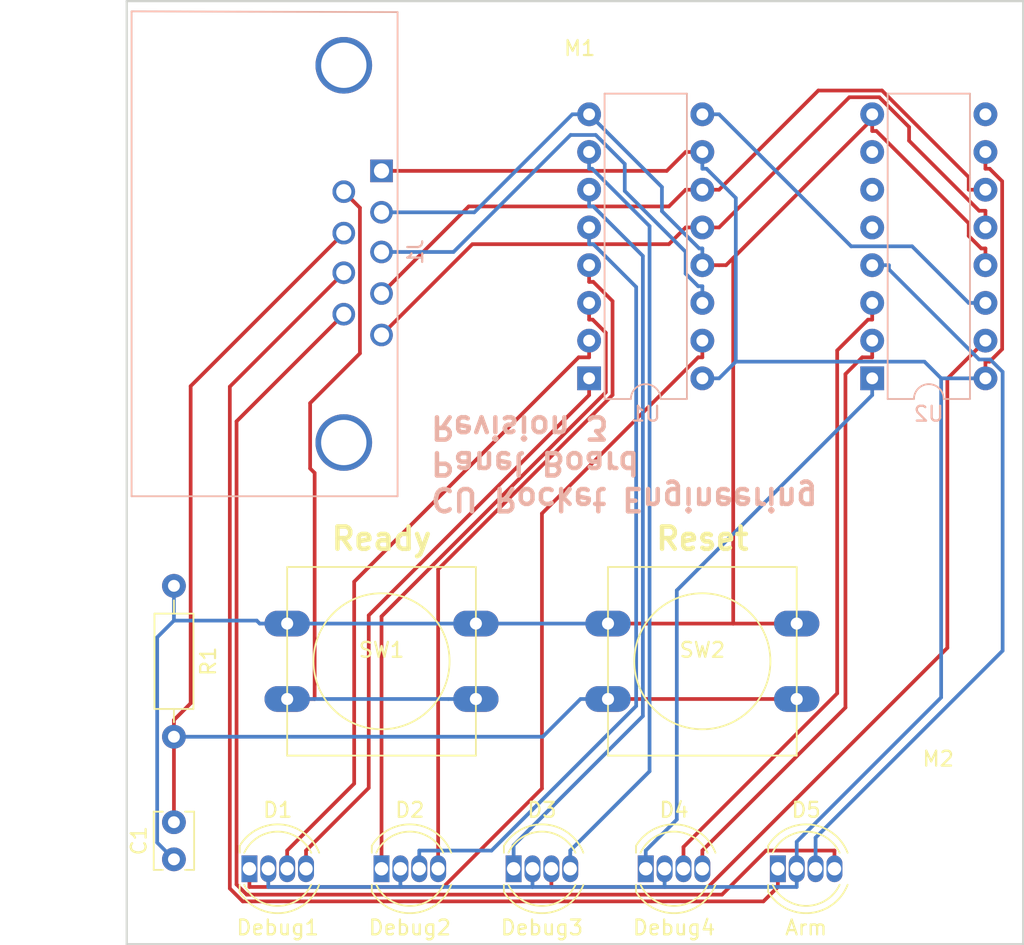
<source format=kicad_pcb>
(kicad_pcb (version 4) (host pcbnew 4.0.6)

  (general
    (links 46)
    (no_connects 0)
    (area 112.554999 60.884999 181.685001 124.535001)
    (thickness 1.6)
    (drawings 7)
    (tracks 215)
    (zones 0)
    (modules 14)
    (nets 28)
  )

  (page A4)
  (title_block
    (title Panel)
    (date 2017-06-10)
    (rev 3)
    (company "CU Rocket Engineering")
  )

  (layers
    (0 F.Cu signal)
    (31 B.Cu signal)
    (32 B.Adhes user)
    (33 F.Adhes user)
    (34 B.Paste user)
    (35 F.Paste user)
    (36 B.SilkS user)
    (37 F.SilkS user)
    (38 B.Mask user)
    (39 F.Mask user)
    (40 Dwgs.User user)
    (41 Cmts.User user)
    (42 Eco1.User user)
    (43 Eco2.User user)
    (44 Edge.Cuts user)
    (45 Margin user)
    (46 B.CrtYd user)
    (47 F.CrtYd user)
    (48 B.Fab user)
    (49 F.Fab user)
  )

  (setup
    (last_trace_width 0.25)
    (trace_clearance 0.2)
    (zone_clearance 0.508)
    (zone_45_only no)
    (trace_min 0.2)
    (segment_width 0.2)
    (edge_width 0.15)
    (via_size 0.6)
    (via_drill 0.4)
    (via_min_size 0.4)
    (via_min_drill 0.3)
    (uvia_size 0.3)
    (uvia_drill 0.1)
    (uvias_allowed no)
    (uvia_min_size 0.2)
    (uvia_min_drill 0.1)
    (pcb_text_width 0.3)
    (pcb_text_size 1.5 1.5)
    (mod_edge_width 0.15)
    (mod_text_size 1 1)
    (mod_text_width 0.15)
    (pad_size 1.524 1.524)
    (pad_drill 0.762)
    (pad_to_mask_clearance 0.2)
    (aux_axis_origin 0 0)
    (visible_elements FFFFFFFF)
    (pcbplotparams
      (layerselection 0x00030_80000001)
      (usegerberextensions false)
      (excludeedgelayer true)
      (linewidth 0.150000)
      (plotframeref false)
      (viasonmask false)
      (mode 1)
      (useauxorigin false)
      (hpglpennumber 1)
      (hpglpenspeed 20)
      (hpglpendiameter 15)
      (hpglpenoverlay 2)
      (psnegative false)
      (psa4output false)
      (plotreference true)
      (plotvalue true)
      (plotinvisibletext false)
      (padsonsilk false)
      (subtractmaskfromsilk false)
      (outputformat 1)
      (mirror false)
      (drillshape 1)
      (scaleselection 1)
      (outputdirectory ""))
  )

  (net 0 "")
  (net 1 "Net-(D1-Pad1)")
  (net 2 GND)
  (net 3 "Net-(D1-Pad3)")
  (net 4 "Net-(D1-Pad4)")
  (net 5 "Net-(D2-Pad1)")
  (net 6 "Net-(D2-Pad3)")
  (net 7 "Net-(D2-Pad4)")
  (net 8 "Net-(D3-Pad1)")
  (net 9 "Net-(D3-Pad3)")
  (net 10 "Net-(D3-Pad4)")
  (net 11 "Net-(D4-Pad1)")
  (net 12 "Net-(D4-Pad3)")
  (net 13 "Net-(D4-Pad4)")
  (net 14 "Net-(D5-Pad1)")
  (net 15 "Net-(D5-Pad3)")
  (net 16 "Net-(D5-Pad4)")
  (net 17 VCC)
  (net 18 "Net-(J1-Pad3)")
  (net 19 "Net-(J1-Pad4)")
  (net 20 "Net-(J1-Pad5)")
  (net 21 "Net-(U1-Pad9)")
  (net 22 "Net-(U2-Pad9)")
  (net 23 "Net-(U2-Pad7)")
  (net 24 "Net-(U2-Pad5)")
  (net 25 "Net-(U2-Pad6)")
  (net 26 "Net-(C1-Pad2)")
  (net 27 "Net-(J1-Pad6)")

  (net_class Default "This is the default net class."
    (clearance 0.2)
    (trace_width 0.25)
    (via_dia 0.6)
    (via_drill 0.4)
    (uvia_dia 0.3)
    (uvia_drill 0.1)
    (add_net GND)
    (add_net "Net-(C1-Pad2)")
    (add_net "Net-(D1-Pad1)")
    (add_net "Net-(D1-Pad3)")
    (add_net "Net-(D1-Pad4)")
    (add_net "Net-(D2-Pad1)")
    (add_net "Net-(D2-Pad3)")
    (add_net "Net-(D2-Pad4)")
    (add_net "Net-(D3-Pad1)")
    (add_net "Net-(D3-Pad3)")
    (add_net "Net-(D3-Pad4)")
    (add_net "Net-(D4-Pad1)")
    (add_net "Net-(D4-Pad3)")
    (add_net "Net-(D4-Pad4)")
    (add_net "Net-(D5-Pad1)")
    (add_net "Net-(D5-Pad3)")
    (add_net "Net-(D5-Pad4)")
    (add_net "Net-(J1-Pad3)")
    (add_net "Net-(J1-Pad4)")
    (add_net "Net-(J1-Pad5)")
    (add_net "Net-(J1-Pad6)")
    (add_net "Net-(U1-Pad9)")
    (add_net "Net-(U2-Pad5)")
    (add_net "Net-(U2-Pad6)")
    (add_net "Net-(U2-Pad7)")
    (add_net "Net-(U2-Pad9)")
    (add_net VCC)
  )

  (module Mounting_Holes:MountingHole_4.5mm (layer F.Cu) (tedit 591B2D25) (tstamp 591B1FA7)
    (at 145.415 66.04)
    (descr "Mounting Hole 4.5mm, no annular")
    (tags "mounting hole 4.5mm no annular")
    (fp_text reference M1 (at 6.35 -1.905) (layer F.SilkS)
      (effects (font (size 1 1) (thickness 0.15)))
    )
    (fp_text value Mount (at 6.985 -3.81) (layer F.Fab)
      (effects (font (size 1 1) (thickness 0.15)))
    )
    (fp_circle (center 0 0) (end 4.5 0) (layer Cmts.User) (width 0.15))
    (fp_circle (center 0 0) (end 4.75 0) (layer F.CrtYd) (width 0.05))
    (pad 1 np_thru_hole circle (at 0 0) (size 4.5 4.5) (drill 4.5) (layers *.Cu *.Mask))
  )

  (module Mounting_Holes:MountingHole_4.5mm (layer F.Cu) (tedit 591B2DA9) (tstamp 591B2002)
    (at 175.895 117.475)
    (descr "Mounting Hole 4.5mm, no annular")
    (tags "mounting hole 4.5mm no annular")
    (fp_text reference M2 (at 0 -5.5) (layer F.SilkS)
      (effects (font (size 1 1) (thickness 0.15)))
    )
    (fp_text value Mount (at 0 5.715) (layer F.Fab)
      (effects (font (size 1 1) (thickness 0.15)))
    )
    (fp_circle (center 0 0) (end 4.5 0) (layer Cmts.User) (width 0.15))
    (fp_circle (center 0 0) (end 4.75 0) (layer F.CrtYd) (width 0.05))
    (pad 1 np_thru_hole circle (at 0 0) (size 4.5 4.5) (drill 4.5) (layers *.Cu *.Mask))
  )

  (module LEDs:LED_D5.0mm-4 (layer F.Cu) (tedit 591B1300) (tstamp 58DACF12)
    (at 129.54 119.38)
    (descr "LED, diameter 5.0mm, 2 pins, diameter 5.0mm, 3 pins, diameter 5.0mm, 4 pins, http://www.kingbright.com/attachments/file/psearch/000/00/00/L-154A4SUREQBFZGEW(Ver.9A).pdf")
    (tags "LED diameter 5.0mm 2 pins diameter 5.0mm 3 pins diameter 5.0mm 4 pins")
    (path /58BF46E2)
    (fp_text reference D1 (at 1.905 -3.96) (layer F.SilkS)
      (effects (font (size 1 1) (thickness 0.15)))
    )
    (fp_text value Debug1 (at 1.905 3.96) (layer F.SilkS)
      (effects (font (size 1 1) (thickness 0.15)))
    )
    (fp_arc (start 1.905 0) (end -0.595 -1.469694) (angle 299.1) (layer F.Fab) (width 0.1))
    (fp_arc (start 1.905 0) (end -0.655 -1.54483) (angle 127.7) (layer F.SilkS) (width 0.12))
    (fp_arc (start 1.905 0) (end -0.655 1.54483) (angle -127.7) (layer F.SilkS) (width 0.12))
    (fp_arc (start 1.905 0) (end -0.349684 -1.08) (angle 128.8) (layer F.SilkS) (width 0.12))
    (fp_arc (start 1.905 0) (end -0.349684 1.08) (angle -128.8) (layer F.SilkS) (width 0.12))
    (fp_circle (center 1.905 0) (end 4.405 0) (layer F.Fab) (width 0.1))
    (fp_line (start -0.595 -1.469694) (end -0.595 1.469694) (layer F.Fab) (width 0.1))
    (fp_line (start -0.655 -1.545) (end -0.655 -1.08) (layer F.SilkS) (width 0.12))
    (fp_line (start -0.655 1.08) (end -0.655 1.545) (layer F.SilkS) (width 0.12))
    (fp_line (start -1.35 -3.25) (end -1.35 3.25) (layer F.CrtYd) (width 0.05))
    (fp_line (start -1.35 3.25) (end 5.15 3.25) (layer F.CrtYd) (width 0.05))
    (fp_line (start 5.15 3.25) (end 5.15 -3.25) (layer F.CrtYd) (width 0.05))
    (fp_line (start 5.15 -3.25) (end -1.35 -3.25) (layer F.CrtYd) (width 0.05))
    (pad 1 thru_hole rect (at 0 0) (size 1.07 1.8) (drill 0.9) (layers *.Cu *.Mask)
      (net 1 "Net-(D1-Pad1)"))
    (pad 2 thru_hole oval (at 1.27 0) (size 1.07 1.8) (drill 0.9) (layers *.Cu *.Mask)
      (net 17 VCC))
    (pad 3 thru_hole oval (at 2.54 0) (size 1.07 1.8) (drill 0.9) (layers *.Cu *.Mask)
      (net 3 "Net-(D1-Pad3)"))
    (pad 4 thru_hole oval (at 3.81 0) (size 1.07 1.8) (drill 0.9) (layers *.Cu *.Mask)
      (net 4 "Net-(D1-Pad4)"))
    (model LEDs.3dshapes/LED_D5.0mm-4.wrl
      (at (xyz 0 0 0))
      (scale (xyz 0.393701 0.393701 0.393701))
      (rotate (xyz 0 0 0))
    )
  )

  (module LEDs:LED_D5.0mm-4 (layer F.Cu) (tedit 591B1306) (tstamp 58DACF27)
    (at 138.43 119.38)
    (descr "LED, diameter 5.0mm, 2 pins, diameter 5.0mm, 3 pins, diameter 5.0mm, 4 pins, http://www.kingbright.com/attachments/file/psearch/000/00/00/L-154A4SUREQBFZGEW(Ver.9A).pdf")
    (tags "LED diameter 5.0mm 2 pins diameter 5.0mm 3 pins diameter 5.0mm 4 pins")
    (path /58BF478B)
    (fp_text reference D2 (at 1.905 -3.96) (layer F.SilkS)
      (effects (font (size 1 1) (thickness 0.15)))
    )
    (fp_text value Debug2 (at 1.905 3.96) (layer F.SilkS)
      (effects (font (size 1 1) (thickness 0.15)))
    )
    (fp_arc (start 1.905 0) (end -0.595 -1.469694) (angle 299.1) (layer F.Fab) (width 0.1))
    (fp_arc (start 1.905 0) (end -0.655 -1.54483) (angle 127.7) (layer F.SilkS) (width 0.12))
    (fp_arc (start 1.905 0) (end -0.655 1.54483) (angle -127.7) (layer F.SilkS) (width 0.12))
    (fp_arc (start 1.905 0) (end -0.349684 -1.08) (angle 128.8) (layer F.SilkS) (width 0.12))
    (fp_arc (start 1.905 0) (end -0.349684 1.08) (angle -128.8) (layer F.SilkS) (width 0.12))
    (fp_circle (center 1.905 0) (end 4.405 0) (layer F.Fab) (width 0.1))
    (fp_line (start -0.595 -1.469694) (end -0.595 1.469694) (layer F.Fab) (width 0.1))
    (fp_line (start -0.655 -1.545) (end -0.655 -1.08) (layer F.SilkS) (width 0.12))
    (fp_line (start -0.655 1.08) (end -0.655 1.545) (layer F.SilkS) (width 0.12))
    (fp_line (start -1.35 -3.25) (end -1.35 3.25) (layer F.CrtYd) (width 0.05))
    (fp_line (start -1.35 3.25) (end 5.15 3.25) (layer F.CrtYd) (width 0.05))
    (fp_line (start 5.15 3.25) (end 5.15 -3.25) (layer F.CrtYd) (width 0.05))
    (fp_line (start 5.15 -3.25) (end -1.35 -3.25) (layer F.CrtYd) (width 0.05))
    (pad 1 thru_hole rect (at 0 0) (size 1.07 1.8) (drill 0.9) (layers *.Cu *.Mask)
      (net 5 "Net-(D2-Pad1)"))
    (pad 2 thru_hole oval (at 1.27 0) (size 1.07 1.8) (drill 0.9) (layers *.Cu *.Mask)
      (net 17 VCC))
    (pad 3 thru_hole oval (at 2.54 0) (size 1.07 1.8) (drill 0.9) (layers *.Cu *.Mask)
      (net 6 "Net-(D2-Pad3)"))
    (pad 4 thru_hole oval (at 3.81 0) (size 1.07 1.8) (drill 0.9) (layers *.Cu *.Mask)
      (net 7 "Net-(D2-Pad4)"))
    (model LEDs.3dshapes/LED_D5.0mm-4.wrl
      (at (xyz 0 0 0))
      (scale (xyz 0.393701 0.393701 0.393701))
      (rotate (xyz 0 0 0))
    )
  )

  (module LEDs:LED_D5.0mm-4 (layer F.Cu) (tedit 591B130D) (tstamp 58DACF3C)
    (at 147.32 119.38)
    (descr "LED, diameter 5.0mm, 2 pins, diameter 5.0mm, 3 pins, diameter 5.0mm, 4 pins, http://www.kingbright.com/attachments/file/psearch/000/00/00/L-154A4SUREQBFZGEW(Ver.9A).pdf")
    (tags "LED diameter 5.0mm 2 pins diameter 5.0mm 3 pins diameter 5.0mm 4 pins")
    (path /58BF47CA)
    (fp_text reference D3 (at 1.905 -3.96) (layer F.SilkS)
      (effects (font (size 1 1) (thickness 0.15)))
    )
    (fp_text value Debug3 (at 1.905 3.96) (layer F.SilkS)
      (effects (font (size 1 1) (thickness 0.15)))
    )
    (fp_arc (start 1.905 0) (end -0.595 -1.469694) (angle 299.1) (layer F.Fab) (width 0.1))
    (fp_arc (start 1.905 0) (end -0.655 -1.54483) (angle 127.7) (layer F.SilkS) (width 0.12))
    (fp_arc (start 1.905 0) (end -0.655 1.54483) (angle -127.7) (layer F.SilkS) (width 0.12))
    (fp_arc (start 1.905 0) (end -0.349684 -1.08) (angle 128.8) (layer F.SilkS) (width 0.12))
    (fp_arc (start 1.905 0) (end -0.349684 1.08) (angle -128.8) (layer F.SilkS) (width 0.12))
    (fp_circle (center 1.905 0) (end 4.405 0) (layer F.Fab) (width 0.1))
    (fp_line (start -0.595 -1.469694) (end -0.595 1.469694) (layer F.Fab) (width 0.1))
    (fp_line (start -0.655 -1.545) (end -0.655 -1.08) (layer F.SilkS) (width 0.12))
    (fp_line (start -0.655 1.08) (end -0.655 1.545) (layer F.SilkS) (width 0.12))
    (fp_line (start -1.35 -3.25) (end -1.35 3.25) (layer F.CrtYd) (width 0.05))
    (fp_line (start -1.35 3.25) (end 5.15 3.25) (layer F.CrtYd) (width 0.05))
    (fp_line (start 5.15 3.25) (end 5.15 -3.25) (layer F.CrtYd) (width 0.05))
    (fp_line (start 5.15 -3.25) (end -1.35 -3.25) (layer F.CrtYd) (width 0.05))
    (pad 1 thru_hole rect (at 0 0) (size 1.07 1.8) (drill 0.9) (layers *.Cu *.Mask)
      (net 8 "Net-(D3-Pad1)"))
    (pad 2 thru_hole oval (at 1.27 0) (size 1.07 1.8) (drill 0.9) (layers *.Cu *.Mask)
      (net 17 VCC))
    (pad 3 thru_hole oval (at 2.54 0) (size 1.07 1.8) (drill 0.9) (layers *.Cu *.Mask)
      (net 9 "Net-(D3-Pad3)"))
    (pad 4 thru_hole oval (at 3.81 0) (size 1.07 1.8) (drill 0.9) (layers *.Cu *.Mask)
      (net 10 "Net-(D3-Pad4)"))
    (model LEDs.3dshapes/LED_D5.0mm-4.wrl
      (at (xyz 0 0 0))
      (scale (xyz 0.393701 0.393701 0.393701))
      (rotate (xyz 0 0 0))
    )
  )

  (module LEDs:LED_D5.0mm-4 (layer F.Cu) (tedit 591B1313) (tstamp 58DACF51)
    (at 156.21 119.38)
    (descr "LED, diameter 5.0mm, 2 pins, diameter 5.0mm, 3 pins, diameter 5.0mm, 4 pins, http://www.kingbright.com/attachments/file/psearch/000/00/00/L-154A4SUREQBFZGEW(Ver.9A).pdf")
    (tags "LED diameter 5.0mm 2 pins diameter 5.0mm 3 pins diameter 5.0mm 4 pins")
    (path /58BF4814)
    (fp_text reference D4 (at 1.905 -3.96) (layer F.SilkS)
      (effects (font (size 1 1) (thickness 0.15)))
    )
    (fp_text value Debug4 (at 1.905 3.96) (layer F.SilkS)
      (effects (font (size 1 1) (thickness 0.15)))
    )
    (fp_arc (start 1.905 0) (end -0.595 -1.469694) (angle 299.1) (layer F.Fab) (width 0.1))
    (fp_arc (start 1.905 0) (end -0.655 -1.54483) (angle 127.7) (layer F.SilkS) (width 0.12))
    (fp_arc (start 1.905 0) (end -0.655 1.54483) (angle -127.7) (layer F.SilkS) (width 0.12))
    (fp_arc (start 1.905 0) (end -0.349684 -1.08) (angle 128.8) (layer F.SilkS) (width 0.12))
    (fp_arc (start 1.905 0) (end -0.349684 1.08) (angle -128.8) (layer F.SilkS) (width 0.12))
    (fp_circle (center 1.905 0) (end 4.405 0) (layer F.Fab) (width 0.1))
    (fp_line (start -0.595 -1.469694) (end -0.595 1.469694) (layer F.Fab) (width 0.1))
    (fp_line (start -0.655 -1.545) (end -0.655 -1.08) (layer F.SilkS) (width 0.12))
    (fp_line (start -0.655 1.08) (end -0.655 1.545) (layer F.SilkS) (width 0.12))
    (fp_line (start -1.35 -3.25) (end -1.35 3.25) (layer F.CrtYd) (width 0.05))
    (fp_line (start -1.35 3.25) (end 5.15 3.25) (layer F.CrtYd) (width 0.05))
    (fp_line (start 5.15 3.25) (end 5.15 -3.25) (layer F.CrtYd) (width 0.05))
    (fp_line (start 5.15 -3.25) (end -1.35 -3.25) (layer F.CrtYd) (width 0.05))
    (pad 1 thru_hole rect (at 0 0) (size 1.07 1.8) (drill 0.9) (layers *.Cu *.Mask)
      (net 11 "Net-(D4-Pad1)"))
    (pad 2 thru_hole oval (at 1.27 0) (size 1.07 1.8) (drill 0.9) (layers *.Cu *.Mask)
      (net 17 VCC))
    (pad 3 thru_hole oval (at 2.54 0) (size 1.07 1.8) (drill 0.9) (layers *.Cu *.Mask)
      (net 12 "Net-(D4-Pad3)"))
    (pad 4 thru_hole oval (at 3.81 0) (size 1.07 1.8) (drill 0.9) (layers *.Cu *.Mask)
      (net 13 "Net-(D4-Pad4)"))
    (model LEDs.3dshapes/LED_D5.0mm-4.wrl
      (at (xyz 0 0 0))
      (scale (xyz 0.393701 0.393701 0.393701))
      (rotate (xyz 0 0 0))
    )
  )

  (module LEDs:LED_D5.0mm-4 (layer F.Cu) (tedit 591B12EB) (tstamp 58DACF66)
    (at 165.1 119.38)
    (descr "LED, diameter 5.0mm, 2 pins, diameter 5.0mm, 3 pins, diameter 5.0mm, 4 pins, http://www.kingbright.com/attachments/file/psearch/000/00/00/L-154A4SUREQBFZGEW(Ver.9A).pdf")
    (tags "LED diameter 5.0mm 2 pins diameter 5.0mm 3 pins diameter 5.0mm 4 pins")
    (path /58BF485D)
    (fp_text reference D5 (at 1.905 -3.96) (layer F.SilkS)
      (effects (font (size 1 1) (thickness 0.15)))
    )
    (fp_text value Arm (at 1.905 3.96) (layer F.SilkS)
      (effects (font (size 1 1) (thickness 0.15)))
    )
    (fp_arc (start 1.905 0) (end -0.595 -1.469694) (angle 299.1) (layer F.Fab) (width 0.1))
    (fp_arc (start 1.905 0) (end -0.655 -1.54483) (angle 127.7) (layer F.SilkS) (width 0.12))
    (fp_arc (start 1.905 0) (end -0.655 1.54483) (angle -127.7) (layer F.SilkS) (width 0.12))
    (fp_arc (start 1.905 0) (end -0.349684 -1.08) (angle 128.8) (layer F.SilkS) (width 0.12))
    (fp_arc (start 1.905 0) (end -0.349684 1.08) (angle -128.8) (layer F.SilkS) (width 0.12))
    (fp_circle (center 1.905 0) (end 4.405 0) (layer F.Fab) (width 0.1))
    (fp_line (start -0.595 -1.469694) (end -0.595 1.469694) (layer F.Fab) (width 0.1))
    (fp_line (start -0.655 -1.545) (end -0.655 -1.08) (layer F.SilkS) (width 0.12))
    (fp_line (start -0.655 1.08) (end -0.655 1.545) (layer F.SilkS) (width 0.12))
    (fp_line (start -1.35 -3.25) (end -1.35 3.25) (layer F.CrtYd) (width 0.05))
    (fp_line (start -1.35 3.25) (end 5.15 3.25) (layer F.CrtYd) (width 0.05))
    (fp_line (start 5.15 3.25) (end 5.15 -3.25) (layer F.CrtYd) (width 0.05))
    (fp_line (start 5.15 -3.25) (end -1.35 -3.25) (layer F.CrtYd) (width 0.05))
    (pad 1 thru_hole rect (at 0 0) (size 1.07 1.8) (drill 0.9) (layers *.Cu *.Mask)
      (net 14 "Net-(D5-Pad1)"))
    (pad 2 thru_hole oval (at 1.27 0) (size 1.07 1.8) (drill 0.9) (layers *.Cu *.Mask)
      (net 17 VCC))
    (pad 3 thru_hole oval (at 2.54 0) (size 1.07 1.8) (drill 0.9) (layers *.Cu *.Mask)
      (net 15 "Net-(D5-Pad3)"))
    (pad 4 thru_hole oval (at 3.81 0) (size 1.07 1.8) (drill 0.9) (layers *.Cu *.Mask)
      (net 16 "Net-(D5-Pad4)"))
    (model LEDs.3dshapes/LED_D5.0mm-4.wrl
      (at (xyz 0 0 0))
      (scale (xyz 0.393701 0.393701 0.393701))
      (rotate (xyz 0 0 0))
    )
  )

  (module Connect:DB9FC (layer B.Cu) (tedit 587FDE78) (tstamp 58DACF87)
    (at 138.43 72.39 270)
    (descr "Connecteur DB9 femelle couche")
    (tags "CONN DB9")
    (path /58BF4208)
    (fp_text reference J1 (at 5.46 -2.28 270) (layer B.SilkS)
      (effects (font (size 1 1) (thickness 0.15)) (justify mirror))
    )
    (fp_text value PanelTerm (at 6.73 5.08 270) (layer B.Fab)
      (effects (font (size 1 1) (thickness 0.15)) (justify mirror))
    )
    (fp_line (start -10.74 16.82) (end -10.69 -1.08) (layer B.SilkS) (width 0.12))
    (fp_line (start -10.69 -1.08) (end 21.91 -1.08) (layer B.SilkS) (width 0.12))
    (fp_line (start 21.91 -1.08) (end 21.91 16.82) (layer B.SilkS) (width 0.12))
    (fp_line (start 21.91 16.82) (end -10.74 16.82) (layer B.SilkS) (width 0.12))
    (fp_line (start -10.67 -1.02) (end 21.84 -1.02) (layer B.Fab) (width 0.1))
    (fp_line (start 21.84 -1.02) (end 21.84 16.76) (layer B.Fab) (width 0.1))
    (fp_line (start 21.84 16.76) (end -10.67 16.76) (layer B.Fab) (width 0.1))
    (fp_line (start -10.67 16.76) (end -10.67 -1.02) (layer B.Fab) (width 0.1))
    (fp_line (start -3.56 16.76) (end -3.56 9.14) (layer B.Fab) (width 0.1))
    (fp_line (start -3.56 9.14) (end 14.73 9.14) (layer B.Fab) (width 0.1))
    (fp_line (start 14.73 9.14) (end 14.73 16.76) (layer B.Fab) (width 0.1))
    (fp_line (start -2.03 16.76) (end -2.03 25.4) (layer B.Fab) (width 0.1))
    (fp_line (start -2.03 25.4) (end 13.21 25.4) (layer B.Fab) (width 0.1))
    (fp_line (start 13.21 25.4) (end 13.21 16.76) (layer B.Fab) (width 0.1))
    (fp_line (start -10.92 25.65) (end 22.09 25.65) (layer B.CrtYd) (width 0.05))
    (fp_line (start -10.92 25.65) (end -10.92 -1.27) (layer B.CrtYd) (width 0.05))
    (fp_line (start 22.09 -1.27) (end 22.09 25.65) (layer B.CrtYd) (width 0.05))
    (fp_line (start 22.09 -1.27) (end -10.92 -1.27) (layer B.CrtYd) (width 0.05))
    (pad "" thru_hole circle (at 18.29 2.54 270) (size 3.81 3.81) (drill 3.05) (layers *.Cu *.Mask))
    (pad "" thru_hole circle (at -7.11 2.54 270) (size 3.81 3.81) (drill 3.05) (layers *.Cu *.Mask))
    (pad 1 thru_hole rect (at 0 0 270) (size 1.52 1.52) (drill 1.02) (layers *.Cu *.Mask)
      (net 17 VCC))
    (pad 2 thru_hole circle (at 2.79 0 270) (size 1.52 1.52) (drill 1.02) (layers *.Cu *.Mask)
      (net 2 GND))
    (pad 3 thru_hole circle (at 5.46 0 270) (size 1.52 1.52) (drill 1.02) (layers *.Cu *.Mask)
      (net 18 "Net-(J1-Pad3)"))
    (pad 4 thru_hole circle (at 8.26 0 270) (size 1.52 1.52) (drill 1.02) (layers *.Cu *.Mask)
      (net 19 "Net-(J1-Pad4)"))
    (pad 5 thru_hole circle (at 11.05 0 270) (size 1.52 1.52) (drill 1.02) (layers *.Cu *.Mask)
      (net 20 "Net-(J1-Pad5)"))
    (pad 6 thru_hole circle (at 1.4 2.54 270) (size 1.52 1.52) (drill 1.02) (layers *.Cu *.Mask)
      (net 27 "Net-(J1-Pad6)"))
    (pad 7 thru_hole circle (at 4.19 2.54 270) (size 1.52 1.52) (drill 1.02) (layers *.Cu *.Mask)
      (net 26 "Net-(C1-Pad2)"))
    (pad 8 thru_hole circle (at 6.86 2.54 270) (size 1.52 1.52) (drill 1.02) (layers *.Cu *.Mask)
      (net 14 "Net-(D5-Pad1)"))
    (pad 9 thru_hole circle (at 9.65 2.54 270) (size 1.52 1.52) (drill 1.02) (layers *.Cu *.Mask)
      (net 16 "Net-(D5-Pad4)"))
    (model Connectors.3dshapes/DB9FC.wrl
      (at (xyz 0.208661 0.05315 0))
      (scale (xyz 1 1 1))
      (rotate (xyz 0 0 0))
    )
  )

  (module Buttons_Switches_ThroughHole:SW_PUSH-12mm (layer F.Cu) (tedit 53FD9538) (tstamp 58DACF94)
    (at 138.43 105.41)
    (path /58BF46A2)
    (fp_text reference SW1 (at 0 -0.762) (layer F.SilkS)
      (effects (font (size 1 1) (thickness 0.15)))
    )
    (fp_text value ReadyButton (at 0 1.016) (layer F.Fab)
      (effects (font (size 1 1) (thickness 0.15)))
    )
    (fp_circle (center 0 0) (end 3.81 2.54) (layer F.SilkS) (width 0.12))
    (fp_line (start -6.35 -6.35) (end 6.35 -6.35) (layer F.SilkS) (width 0.12))
    (fp_line (start 6.35 -6.35) (end 6.35 6.35) (layer F.SilkS) (width 0.12))
    (fp_line (start 6.35 6.35) (end -6.35 6.35) (layer F.SilkS) (width 0.12))
    (fp_line (start -6.35 6.35) (end -6.35 -6.35) (layer F.SilkS) (width 0.12))
    (pad 1 thru_hole oval (at 6.35 -2.54) (size 3.048 1.7272) (drill 0.8128) (layers *.Cu *.Mask)
      (net 2 GND))
    (pad 2 thru_hole oval (at 6.35 2.54) (size 3.048 1.7272) (drill 0.8128) (layers *.Cu *.Mask)
      (net 27 "Net-(J1-Pad6)"))
    (pad 1 thru_hole oval (at -6.35 -2.54) (size 3.048 1.7272) (drill 0.8128) (layers *.Cu *.Mask)
      (net 2 GND))
    (pad 2 thru_hole oval (at -6.35 2.54) (size 3.048 1.7272) (drill 0.8128) (layers *.Cu *.Mask)
      (net 27 "Net-(J1-Pad6)"))
    (model Buttons_Switches_THT.3dshapes/SW_PUSH-12mm.wrl
      (at (xyz 0 0 0))
      (scale (xyz 4 4 4))
      (rotate (xyz 0 0 0))
    )
  )

  (module Buttons_Switches_ThroughHole:SW_PUSH-12mm (layer F.Cu) (tedit 53FD9538) (tstamp 58DACFA1)
    (at 160.02 105.41)
    (path /58BF4463)
    (fp_text reference SW2 (at 0 -0.762) (layer F.SilkS)
      (effects (font (size 1 1) (thickness 0.15)))
    )
    (fp_text value ResetButton (at 0 1.016) (layer F.Fab)
      (effects (font (size 1 1) (thickness 0.15)))
    )
    (fp_circle (center 0 0) (end 3.81 2.54) (layer F.SilkS) (width 0.12))
    (fp_line (start -6.35 -6.35) (end 6.35 -6.35) (layer F.SilkS) (width 0.12))
    (fp_line (start 6.35 -6.35) (end 6.35 6.35) (layer F.SilkS) (width 0.12))
    (fp_line (start 6.35 6.35) (end -6.35 6.35) (layer F.SilkS) (width 0.12))
    (fp_line (start -6.35 6.35) (end -6.35 -6.35) (layer F.SilkS) (width 0.12))
    (pad 1 thru_hole oval (at 6.35 -2.54) (size 3.048 1.7272) (drill 0.8128) (layers *.Cu *.Mask)
      (net 2 GND))
    (pad 2 thru_hole oval (at 6.35 2.54) (size 3.048 1.7272) (drill 0.8128) (layers *.Cu *.Mask)
      (net 26 "Net-(C1-Pad2)"))
    (pad 1 thru_hole oval (at -6.35 -2.54) (size 3.048 1.7272) (drill 0.8128) (layers *.Cu *.Mask)
      (net 2 GND))
    (pad 2 thru_hole oval (at -6.35 2.54) (size 3.048 1.7272) (drill 0.8128) (layers *.Cu *.Mask)
      (net 26 "Net-(C1-Pad2)"))
    (model Buttons_Switches_THT.3dshapes/SW_PUSH-12mm.wrl
      (at (xyz 0 0 0))
      (scale (xyz 4 4 4))
      (rotate (xyz 0 0 0))
    )
  )

  (module Housings_DIP:DIP-16_W7.62mm (layer B.Cu) (tedit 586281B4) (tstamp 58DACFC4)
    (at 152.4 86.36)
    (descr "16-lead dip package, row spacing 7.62 mm (300 mils)")
    (tags "DIL DIP PDIP 2.54mm 7.62mm 300mil")
    (path /58BF490E)
    (fp_text reference U1 (at 3.81 2.39) (layer B.SilkS)
      (effects (font (size 1 1) (thickness 0.15)) (justify mirror))
    )
    (fp_text value 74HC595 (at 3.81 -20.17) (layer B.Fab)
      (effects (font (size 1 1) (thickness 0.15)) (justify mirror))
    )
    (fp_arc (start 3.81 1.39) (end 2.81 1.39) (angle 180) (layer B.SilkS) (width 0.12))
    (fp_line (start 1.635 1.27) (end 6.985 1.27) (layer B.Fab) (width 0.1))
    (fp_line (start 6.985 1.27) (end 6.985 -19.05) (layer B.Fab) (width 0.1))
    (fp_line (start 6.985 -19.05) (end 0.635 -19.05) (layer B.Fab) (width 0.1))
    (fp_line (start 0.635 -19.05) (end 0.635 0.27) (layer B.Fab) (width 0.1))
    (fp_line (start 0.635 0.27) (end 1.635 1.27) (layer B.Fab) (width 0.1))
    (fp_line (start 2.81 1.39) (end 1.04 1.39) (layer B.SilkS) (width 0.12))
    (fp_line (start 1.04 1.39) (end 1.04 -19.17) (layer B.SilkS) (width 0.12))
    (fp_line (start 1.04 -19.17) (end 6.58 -19.17) (layer B.SilkS) (width 0.12))
    (fp_line (start 6.58 -19.17) (end 6.58 1.39) (layer B.SilkS) (width 0.12))
    (fp_line (start 6.58 1.39) (end 4.81 1.39) (layer B.SilkS) (width 0.12))
    (fp_line (start -1.1 1.6) (end -1.1 -19.3) (layer B.CrtYd) (width 0.05))
    (fp_line (start -1.1 -19.3) (end 8.7 -19.3) (layer B.CrtYd) (width 0.05))
    (fp_line (start 8.7 -19.3) (end 8.7 1.6) (layer B.CrtYd) (width 0.05))
    (fp_line (start 8.7 1.6) (end -1.1 1.6) (layer B.CrtYd) (width 0.05))
    (pad 1 thru_hole rect (at 0 0) (size 1.6 1.6) (drill 0.8) (layers *.Cu *.Mask)
      (net 4 "Net-(D1-Pad4)"))
    (pad 9 thru_hole oval (at 7.62 -17.78) (size 1.6 1.6) (drill 0.8) (layers *.Cu *.Mask)
      (net 21 "Net-(U1-Pad9)"))
    (pad 2 thru_hole oval (at 0 -2.54) (size 1.6 1.6) (drill 0.8) (layers *.Cu *.Mask)
      (net 3 "Net-(D1-Pad3)"))
    (pad 10 thru_hole oval (at 7.62 -15.24) (size 1.6 1.6) (drill 0.8) (layers *.Cu *.Mask)
      (net 17 VCC))
    (pad 3 thru_hole oval (at 0 -5.08) (size 1.6 1.6) (drill 0.8) (layers *.Cu *.Mask)
      (net 5 "Net-(D2-Pad1)"))
    (pad 11 thru_hole oval (at 7.62 -12.7) (size 1.6 1.6) (drill 0.8) (layers *.Cu *.Mask)
      (net 19 "Net-(J1-Pad4)"))
    (pad 4 thru_hole oval (at 0 -7.62) (size 1.6 1.6) (drill 0.8) (layers *.Cu *.Mask)
      (net 7 "Net-(D2-Pad4)"))
    (pad 12 thru_hole oval (at 7.62 -10.16) (size 1.6 1.6) (drill 0.8) (layers *.Cu *.Mask)
      (net 20 "Net-(J1-Pad5)"))
    (pad 5 thru_hole oval (at 0 -10.16) (size 1.6 1.6) (drill 0.8) (layers *.Cu *.Mask)
      (net 6 "Net-(D2-Pad3)"))
    (pad 13 thru_hole oval (at 7.62 -7.62) (size 1.6 1.6) (drill 0.8) (layers *.Cu *.Mask)
      (net 2 GND))
    (pad 6 thru_hole oval (at 0 -12.7) (size 1.6 1.6) (drill 0.8) (layers *.Cu *.Mask)
      (net 8 "Net-(D3-Pad1)"))
    (pad 14 thru_hole oval (at 7.62 -5.08) (size 1.6 1.6) (drill 0.8) (layers *.Cu *.Mask)
      (net 18 "Net-(J1-Pad3)"))
    (pad 7 thru_hole oval (at 0 -15.24) (size 1.6 1.6) (drill 0.8) (layers *.Cu *.Mask)
      (net 10 "Net-(D3-Pad4)"))
    (pad 15 thru_hole oval (at 7.62 -2.54) (size 1.6 1.6) (drill 0.8) (layers *.Cu *.Mask)
      (net 1 "Net-(D1-Pad1)"))
    (pad 8 thru_hole oval (at 0 -17.78) (size 1.6 1.6) (drill 0.8) (layers *.Cu *.Mask)
      (net 2 GND))
    (pad 16 thru_hole oval (at 7.62 0) (size 1.6 1.6) (drill 0.8) (layers *.Cu *.Mask)
      (net 17 VCC))
    (model Housings_DIP.3dshapes/DIP-16_W7.62mm.wrl
      (at (xyz 0 0 0))
      (scale (xyz 1 1 1))
      (rotate (xyz 0 0 0))
    )
  )

  (module Housings_DIP:DIP-16_W7.62mm (layer B.Cu) (tedit 586281B4) (tstamp 58DACFE7)
    (at 171.45 86.36)
    (descr "16-lead dip package, row spacing 7.62 mm (300 mils)")
    (tags "DIL DIP PDIP 2.54mm 7.62mm 300mil")
    (path /58BF4B51)
    (fp_text reference U2 (at 3.81 2.39) (layer B.SilkS)
      (effects (font (size 1 1) (thickness 0.15)) (justify mirror))
    )
    (fp_text value 74HC595 (at 3.81 -20.17) (layer B.Fab)
      (effects (font (size 1 1) (thickness 0.15)) (justify mirror))
    )
    (fp_arc (start 3.81 1.39) (end 2.81 1.39) (angle 180) (layer B.SilkS) (width 0.12))
    (fp_line (start 1.635 1.27) (end 6.985 1.27) (layer B.Fab) (width 0.1))
    (fp_line (start 6.985 1.27) (end 6.985 -19.05) (layer B.Fab) (width 0.1))
    (fp_line (start 6.985 -19.05) (end 0.635 -19.05) (layer B.Fab) (width 0.1))
    (fp_line (start 0.635 -19.05) (end 0.635 0.27) (layer B.Fab) (width 0.1))
    (fp_line (start 0.635 0.27) (end 1.635 1.27) (layer B.Fab) (width 0.1))
    (fp_line (start 2.81 1.39) (end 1.04 1.39) (layer B.SilkS) (width 0.12))
    (fp_line (start 1.04 1.39) (end 1.04 -19.17) (layer B.SilkS) (width 0.12))
    (fp_line (start 1.04 -19.17) (end 6.58 -19.17) (layer B.SilkS) (width 0.12))
    (fp_line (start 6.58 -19.17) (end 6.58 1.39) (layer B.SilkS) (width 0.12))
    (fp_line (start 6.58 1.39) (end 4.81 1.39) (layer B.SilkS) (width 0.12))
    (fp_line (start -1.1 1.6) (end -1.1 -19.3) (layer B.CrtYd) (width 0.05))
    (fp_line (start -1.1 -19.3) (end 8.7 -19.3) (layer B.CrtYd) (width 0.05))
    (fp_line (start 8.7 -19.3) (end 8.7 1.6) (layer B.CrtYd) (width 0.05))
    (fp_line (start 8.7 1.6) (end -1.1 1.6) (layer B.CrtYd) (width 0.05))
    (pad 1 thru_hole rect (at 0 0) (size 1.6 1.6) (drill 0.8) (layers *.Cu *.Mask)
      (net 11 "Net-(D4-Pad1)"))
    (pad 9 thru_hole oval (at 7.62 -17.78) (size 1.6 1.6) (drill 0.8) (layers *.Cu *.Mask)
      (net 22 "Net-(U2-Pad9)"))
    (pad 2 thru_hole oval (at 0 -2.54) (size 1.6 1.6) (drill 0.8) (layers *.Cu *.Mask)
      (net 13 "Net-(D4-Pad4)"))
    (pad 10 thru_hole oval (at 7.62 -15.24) (size 1.6 1.6) (drill 0.8) (layers *.Cu *.Mask)
      (net 17 VCC))
    (pad 3 thru_hole oval (at 0 -5.08) (size 1.6 1.6) (drill 0.8) (layers *.Cu *.Mask)
      (net 12 "Net-(D4-Pad3)"))
    (pad 11 thru_hole oval (at 7.62 -12.7) (size 1.6 1.6) (drill 0.8) (layers *.Cu *.Mask)
      (net 19 "Net-(J1-Pad4)"))
    (pad 4 thru_hole oval (at 0 -7.62) (size 1.6 1.6) (drill 0.8) (layers *.Cu *.Mask)
      (net 15 "Net-(D5-Pad3)"))
    (pad 12 thru_hole oval (at 7.62 -10.16) (size 1.6 1.6) (drill 0.8) (layers *.Cu *.Mask)
      (net 20 "Net-(J1-Pad5)"))
    (pad 5 thru_hole oval (at 0 -10.16) (size 1.6 1.6) (drill 0.8) (layers *.Cu *.Mask)
      (net 24 "Net-(U2-Pad5)"))
    (pad 13 thru_hole oval (at 7.62 -7.62) (size 1.6 1.6) (drill 0.8) (layers *.Cu *.Mask)
      (net 2 GND))
    (pad 6 thru_hole oval (at 0 -12.7) (size 1.6 1.6) (drill 0.8) (layers *.Cu *.Mask)
      (net 25 "Net-(U2-Pad6)"))
    (pad 14 thru_hole oval (at 7.62 -5.08) (size 1.6 1.6) (drill 0.8) (layers *.Cu *.Mask)
      (net 21 "Net-(U1-Pad9)"))
    (pad 7 thru_hole oval (at 0 -15.24) (size 1.6 1.6) (drill 0.8) (layers *.Cu *.Mask)
      (net 23 "Net-(U2-Pad7)"))
    (pad 15 thru_hole oval (at 7.62 -2.54) (size 1.6 1.6) (drill 0.8) (layers *.Cu *.Mask)
      (net 9 "Net-(D3-Pad3)"))
    (pad 8 thru_hole oval (at 0 -17.78) (size 1.6 1.6) (drill 0.8) (layers *.Cu *.Mask)
      (net 2 GND))
    (pad 16 thru_hole oval (at 7.62 0) (size 1.6 1.6) (drill 0.8) (layers *.Cu *.Mask)
      (net 17 VCC))
    (model Housings_DIP.3dshapes/DIP-16_W7.62mm.wrl
      (at (xyz 0 0 0))
      (scale (xyz 1 1 1))
      (rotate (xyz 0 0 0))
    )
  )

  (module Capacitors_ThroughHole:C_Disc_D3.8mm_W2.6mm_P2.50mm (layer F.Cu) (tedit 58765D06) (tstamp 59135E92)
    (at 124.46 118.745 90)
    (descr "C, Disc series, Radial, pin pitch=2.50mm, , diameter*width=3.8*2.6mm^2, Capacitor, http://www.vishay.com/docs/45233/krseries.pdf")
    (tags "C Disc series Radial pin pitch 2.50mm  diameter 3.8mm width 2.6mm Capacitor")
    (path /59136225)
    (fp_text reference C1 (at 1.25 -2.36 90) (layer F.SilkS)
      (effects (font (size 1 1) (thickness 0.15)))
    )
    (fp_text value "0.1 µF" (at 1.25 2.36 90) (layer F.Fab)
      (effects (font (size 1 1) (thickness 0.15)))
    )
    (fp_line (start -0.65 -1.3) (end -0.65 1.3) (layer F.Fab) (width 0.1))
    (fp_line (start -0.65 1.3) (end 3.15 1.3) (layer F.Fab) (width 0.1))
    (fp_line (start 3.15 1.3) (end 3.15 -1.3) (layer F.Fab) (width 0.1))
    (fp_line (start 3.15 -1.3) (end -0.65 -1.3) (layer F.Fab) (width 0.1))
    (fp_line (start -0.71 -1.36) (end 3.21 -1.36) (layer F.SilkS) (width 0.12))
    (fp_line (start -0.71 1.36) (end 3.21 1.36) (layer F.SilkS) (width 0.12))
    (fp_line (start -0.71 -1.36) (end -0.71 -0.75) (layer F.SilkS) (width 0.12))
    (fp_line (start -0.71 0.75) (end -0.71 1.36) (layer F.SilkS) (width 0.12))
    (fp_line (start 3.21 -1.36) (end 3.21 -0.75) (layer F.SilkS) (width 0.12))
    (fp_line (start 3.21 0.75) (end 3.21 1.36) (layer F.SilkS) (width 0.12))
    (fp_line (start -1.05 -1.65) (end -1.05 1.65) (layer F.CrtYd) (width 0.05))
    (fp_line (start -1.05 1.65) (end 3.55 1.65) (layer F.CrtYd) (width 0.05))
    (fp_line (start 3.55 1.65) (end 3.55 -1.65) (layer F.CrtYd) (width 0.05))
    (fp_line (start 3.55 -1.65) (end -1.05 -1.65) (layer F.CrtYd) (width 0.05))
    (pad 1 thru_hole circle (at 0 0 90) (size 1.6 1.6) (drill 0.8) (layers *.Cu *.Mask)
      (net 2 GND))
    (pad 2 thru_hole circle (at 2.5 0 90) (size 1.6 1.6) (drill 0.8) (layers *.Cu *.Mask)
      (net 26 "Net-(C1-Pad2)"))
    (model Capacitors_THT.3dshapes/C_Disc_D3.8mm_W2.6mm_P2.50mm.wrl
      (at (xyz 0 0 0))
      (scale (xyz 0.393701 0.393701 0.393701))
      (rotate (xyz 0 0 0))
    )
  )

  (module Resistors_ThroughHole:R_Axial_DIN0207_L6.3mm_D2.5mm_P10.16mm_Horizontal (layer F.Cu) (tedit 5874F706) (tstamp 59135EA8)
    (at 124.46 100.33 270)
    (descr "Resistor, Axial_DIN0207 series, Axial, Horizontal, pin pitch=10.16mm, 0.25W = 1/4W, length*diameter=6.3*2.5mm^2, http://cdn-reichelt.de/documents/datenblatt/B400/1_4W%23YAG.pdf")
    (tags "Resistor Axial_DIN0207 series Axial Horizontal pin pitch 10.16mm 0.25W = 1/4W length 6.3mm diameter 2.5mm")
    (path /59136B3F)
    (fp_text reference R1 (at 5.08 -2.31 270) (layer F.SilkS)
      (effects (font (size 1 1) (thickness 0.15)))
    )
    (fp_text value "100 kΩ" (at 5.08 2.31 270) (layer F.Fab)
      (effects (font (size 1 1) (thickness 0.15)))
    )
    (fp_line (start 1.93 -1.25) (end 1.93 1.25) (layer F.Fab) (width 0.1))
    (fp_line (start 1.93 1.25) (end 8.23 1.25) (layer F.Fab) (width 0.1))
    (fp_line (start 8.23 1.25) (end 8.23 -1.25) (layer F.Fab) (width 0.1))
    (fp_line (start 8.23 -1.25) (end 1.93 -1.25) (layer F.Fab) (width 0.1))
    (fp_line (start 0 0) (end 1.93 0) (layer F.Fab) (width 0.1))
    (fp_line (start 10.16 0) (end 8.23 0) (layer F.Fab) (width 0.1))
    (fp_line (start 1.87 -1.31) (end 1.87 1.31) (layer F.SilkS) (width 0.12))
    (fp_line (start 1.87 1.31) (end 8.29 1.31) (layer F.SilkS) (width 0.12))
    (fp_line (start 8.29 1.31) (end 8.29 -1.31) (layer F.SilkS) (width 0.12))
    (fp_line (start 8.29 -1.31) (end 1.87 -1.31) (layer F.SilkS) (width 0.12))
    (fp_line (start 0.98 0) (end 1.87 0) (layer F.SilkS) (width 0.12))
    (fp_line (start 9.18 0) (end 8.29 0) (layer F.SilkS) (width 0.12))
    (fp_line (start -1.05 -1.6) (end -1.05 1.6) (layer F.CrtYd) (width 0.05))
    (fp_line (start -1.05 1.6) (end 11.25 1.6) (layer F.CrtYd) (width 0.05))
    (fp_line (start 11.25 1.6) (end 11.25 -1.6) (layer F.CrtYd) (width 0.05))
    (fp_line (start 11.25 -1.6) (end -1.05 -1.6) (layer F.CrtYd) (width 0.05))
    (pad 1 thru_hole circle (at 0 0 270) (size 1.6 1.6) (drill 0.8) (layers *.Cu *.Mask)
      (net 2 GND))
    (pad 2 thru_hole oval (at 10.16 0 270) (size 1.6 1.6) (drill 0.8) (layers *.Cu *.Mask)
      (net 26 "Net-(C1-Pad2)"))
    (model Resistors_THT.3dshapes/R_Axial_DIN0207_L6.3mm_D2.5mm_P10.16mm_Horizontal.wrl
      (at (xyz 0 0 0))
      (scale (xyz 0.393701 0.393701 0.393701))
      (rotate (xyz 0 0 0))
    )
  )

  (gr_line (start 181.61 124.46) (end 121.285 124.46) (angle 90) (layer Edge.Cuts) (width 0.15))
  (gr_line (start 181.61 60.96) (end 121.285 60.96) (angle 90) (layer Edge.Cuts) (width 0.15))
  (gr_text Reset (at 160.02 97.155) (layer F.SilkS)
    (effects (font (size 1.5 1.5) (thickness 0.3)))
  )
  (gr_text Ready (at 138.43 97.155) (layer F.SilkS)
    (effects (font (size 1.5 1.5) (thickness 0.3)))
  )
  (gr_line (start 121.285 124.46) (end 121.285 60.96) (angle 90) (layer Edge.Cuts) (width 0.15))
  (gr_line (start 181.61 60.96) (end 181.61 124.46) (angle 90) (layer Edge.Cuts) (width 0.15))
  (gr_text "CU Rocket Engineering\nPanel Board\nRevision 3" (at 141.605 92.075 180) (layer B.SilkS)
    (effects (font (size 1.5 1.5) (thickness 0.3)) (justify left mirror))
  )

  (segment (start 142.5965 120.6053) (end 129.54 120.6053) (width 0.25) (layer F.Cu) (net 1))
  (segment (start 149.225 113.9768) (end 142.5965 120.6053) (width 0.25) (layer F.Cu) (net 1))
  (segment (start 149.225 95.459) (end 149.225 113.9768) (width 0.25) (layer F.Cu) (net 1))
  (segment (start 159.7387 84.9453) (end 149.225 95.459) (width 0.25) (layer F.Cu) (net 1))
  (segment (start 160.02 84.9453) (end 159.7387 84.9453) (width 0.25) (layer F.Cu) (net 1))
  (segment (start 160.02 83.82) (end 160.02 84.9453) (width 0.25) (layer F.Cu) (net 1))
  (segment (start 129.54 119.38) (end 129.54 120.6053) (width 0.25) (layer F.Cu) (net 1))
  (segment (start 178.7886 77.6147) (end 179.07 77.6147) (width 0.25) (layer F.Cu) (net 2))
  (segment (start 177.9447 76.7708) (end 178.7886 77.6147) (width 0.25) (layer F.Cu) (net 2))
  (segment (start 177.9447 75.9186) (end 177.9447 76.7708) (width 0.25) (layer F.Cu) (net 2))
  (segment (start 171.7314 69.7053) (end 177.9447 75.9186) (width 0.25) (layer F.Cu) (net 2))
  (segment (start 171.45 69.7053) (end 171.7314 69.7053) (width 0.25) (layer F.Cu) (net 2))
  (segment (start 179.07 78.74) (end 179.07 77.6147) (width 0.25) (layer F.Cu) (net 2))
  (segment (start 153.67 102.87) (end 144.78 102.87) (width 0.25) (layer B.Cu) (net 2))
  (segment (start 171.45 68.58) (end 171.45 69.1426) (width 0.25) (layer F.Cu) (net 2))
  (segment (start 171.45 69.1426) (end 171.45 69.7053) (width 0.25) (layer F.Cu) (net 2))
  (segment (start 160.02 78.74) (end 161.1453 78.74) (width 0.25) (layer F.Cu) (net 2))
  (segment (start 152.4 68.58) (end 151.2747 68.58) (width 0.25) (layer B.Cu) (net 2))
  (segment (start 157.2995 73.4795) (end 152.4 68.58) (width 0.25) (layer B.Cu) (net 2))
  (segment (start 157.2995 75.1016) (end 157.2995 73.4795) (width 0.25) (layer B.Cu) (net 2))
  (segment (start 159.8126 77.6147) (end 157.2995 75.1016) (width 0.25) (layer B.Cu) (net 2))
  (segment (start 160.02 77.6147) (end 159.8126 77.6147) (width 0.25) (layer B.Cu) (net 2))
  (segment (start 160.02 78.74) (end 160.02 77.6147) (width 0.25) (layer B.Cu) (net 2))
  (segment (start 171.2112 69.1426) (end 162.097 78.2568) (width 0.25) (layer F.Cu) (net 2))
  (segment (start 171.45 69.1426) (end 171.2112 69.1426) (width 0.25) (layer F.Cu) (net 2))
  (segment (start 161.6138 78.74) (end 161.1453 78.74) (width 0.25) (layer F.Cu) (net 2))
  (segment (start 162.097 78.2568) (end 161.6138 78.74) (width 0.25) (layer F.Cu) (net 2))
  (segment (start 162.097 78.2568) (end 162.097 102.87) (width 0.25) (layer F.Cu) (net 2))
  (segment (start 153.67 102.87) (end 162.097 102.87) (width 0.25) (layer F.Cu) (net 2))
  (segment (start 162.097 102.87) (end 166.37 102.87) (width 0.25) (layer F.Cu) (net 2))
  (segment (start 133.9293 102.87) (end 144.78 102.87) (width 0.25) (layer B.Cu) (net 2))
  (segment (start 132.08 102.87) (end 133.9293 102.87) (width 0.25) (layer B.Cu) (net 2))
  (segment (start 132.08 102.87) (end 130.2307 102.87) (width 0.25) (layer B.Cu) (net 2))
  (segment (start 124.46 102.6691) (end 124.46 100.33) (width 0.25) (layer B.Cu) (net 2))
  (segment (start 123.3324 103.7967) (end 124.46 102.6691) (width 0.25) (layer B.Cu) (net 2))
  (segment (start 123.3324 117.6174) (end 123.3324 103.7967) (width 0.25) (layer B.Cu) (net 2))
  (segment (start 124.46 118.745) (end 123.3324 117.6174) (width 0.25) (layer B.Cu) (net 2))
  (segment (start 130.0298 102.6691) (end 130.2307 102.87) (width 0.25) (layer B.Cu) (net 2))
  (segment (start 124.46 102.6691) (end 130.0298 102.6691) (width 0.25) (layer B.Cu) (net 2))
  (segment (start 144.6747 75.18) (end 138.43 75.18) (width 0.25) (layer B.Cu) (net 2))
  (segment (start 151.2747 68.58) (end 144.6747 75.18) (width 0.25) (layer B.Cu) (net 2))
  (segment (start 152.4 83.82) (end 152.4 84.9453) (width 0.25) (layer F.Cu) (net 3))
  (segment (start 132.08 119.38) (end 132.08 118.1547) (width 0.25) (layer F.Cu) (net 3))
  (segment (start 136.59 113.6447) (end 132.08 118.1547) (width 0.25) (layer F.Cu) (net 3))
  (segment (start 136.59 100.052) (end 136.59 113.6447) (width 0.25) (layer F.Cu) (net 3))
  (segment (start 151.6967 84.9453) (end 136.59 100.052) (width 0.25) (layer F.Cu) (net 3))
  (segment (start 152.4 84.9453) (end 151.6967 84.9453) (width 0.25) (layer F.Cu) (net 3))
  (segment (start 137.5696 113.9351) (end 133.35 118.1547) (width 0.25) (layer F.Cu) (net 4))
  (segment (start 137.5696 102.3157) (end 137.5696 113.9351) (width 0.25) (layer F.Cu) (net 4))
  (segment (start 152.4 87.4853) (end 137.5696 102.3157) (width 0.25) (layer F.Cu) (net 4))
  (segment (start 152.4 86.36) (end 152.4 87.4853) (width 0.25) (layer F.Cu) (net 4))
  (segment (start 133.35 119.38) (end 133.35 118.1547) (width 0.25) (layer F.Cu) (net 4))
  (segment (start 138.43 102.3901) (end 138.43 119.38) (width 0.25) (layer F.Cu) (net 5))
  (segment (start 153.5253 87.2948) (end 138.43 102.3901) (width 0.25) (layer F.Cu) (net 5))
  (segment (start 153.5253 83.2935) (end 153.5253 87.2948) (width 0.25) (layer F.Cu) (net 5))
  (segment (start 152.6371 82.4053) (end 153.5253 83.2935) (width 0.25) (layer F.Cu) (net 5))
  (segment (start 152.4 82.4053) (end 152.6371 82.4053) (width 0.25) (layer F.Cu) (net 5))
  (segment (start 152.4 81.28) (end 152.4 82.4053) (width 0.25) (layer F.Cu) (net 5))
  (segment (start 145.8306 118.1547) (end 140.97 118.1547) (width 0.25) (layer B.Cu) (net 6))
  (segment (start 155.5658 108.4195) (end 145.8306 118.1547) (width 0.25) (layer B.Cu) (net 6))
  (segment (start 155.5658 80.2098) (end 155.5658 108.4195) (width 0.25) (layer B.Cu) (net 6))
  (segment (start 152.6813 77.3253) (end 155.5658 80.2098) (width 0.25) (layer B.Cu) (net 6))
  (segment (start 152.4 77.3253) (end 152.6813 77.3253) (width 0.25) (layer B.Cu) (net 6))
  (segment (start 152.4 76.2) (end 152.4 77.3253) (width 0.25) (layer B.Cu) (net 6))
  (segment (start 140.97 119.38) (end 140.97 118.1547) (width 0.25) (layer B.Cu) (net 6))
  (segment (start 152.4 78.74) (end 152.4 79.8653) (width 0.25) (layer F.Cu) (net 7))
  (segment (start 152.6813 79.8653) (end 152.4 79.8653) (width 0.25) (layer F.Cu) (net 7))
  (segment (start 153.9757 81.1597) (end 152.6813 79.8653) (width 0.25) (layer F.Cu) (net 7))
  (segment (start 153.9757 87.4813) (end 153.9757 81.1597) (width 0.25) (layer F.Cu) (net 7))
  (segment (start 142.24 99.217) (end 153.9757 87.4813) (width 0.25) (layer F.Cu) (net 7))
  (segment (start 142.24 119.38) (end 142.24 99.217) (width 0.25) (layer F.Cu) (net 7))
  (segment (start 152.4 73.66) (end 152.4 74.7853) (width 0.25) (layer B.Cu) (net 8))
  (segment (start 152.6813 74.7853) (end 152.4 74.7853) (width 0.25) (layer B.Cu) (net 8))
  (segment (start 156.0162 78.1202) (end 152.6813 74.7853) (width 0.25) (layer B.Cu) (net 8))
  (segment (start 156.0162 109.1005) (end 156.0162 78.1202) (width 0.25) (layer B.Cu) (net 8))
  (segment (start 147.32 117.7967) (end 156.0162 109.1005) (width 0.25) (layer B.Cu) (net 8))
  (segment (start 147.32 119.38) (end 147.32 117.7967) (width 0.25) (layer B.Cu) (net 8))
  (segment (start 160.4081 120.6053) (end 149.86 120.6053) (width 0.25) (layer F.Cu) (net 9))
  (segment (start 176.5063 104.5071) (end 160.4081 120.6053) (width 0.25) (layer F.Cu) (net 9))
  (segment (start 176.5063 86.3837) (end 176.5063 104.5071) (width 0.25) (layer F.Cu) (net 9))
  (segment (start 179.07 83.82) (end 176.5063 86.3837) (width 0.25) (layer F.Cu) (net 9))
  (segment (start 149.86 119.38) (end 149.86 120.6053) (width 0.25) (layer F.Cu) (net 9))
  (segment (start 152.4 71.12) (end 152.4 72.2453) (width 0.25) (layer B.Cu) (net 10))
  (segment (start 151.13 119.38) (end 151.13 118.1547) (width 0.25) (layer B.Cu) (net 10))
  (segment (start 152.6045 72.2453) (end 152.4 72.2453) (width 0.25) (layer B.Cu) (net 10))
  (segment (start 156.4665 76.1073) (end 152.6045 72.2453) (width 0.25) (layer B.Cu) (net 10))
  (segment (start 156.4665 112.8182) (end 156.4665 76.1073) (width 0.25) (layer B.Cu) (net 10))
  (segment (start 151.13 118.1547) (end 156.4665 112.8182) (width 0.25) (layer B.Cu) (net 10))
  (segment (start 158.2996 116.0651) (end 156.21 118.1547) (width 0.25) (layer B.Cu) (net 11))
  (segment (start 158.2996 100.6357) (end 158.2996 116.0651) (width 0.25) (layer B.Cu) (net 11))
  (segment (start 171.45 87.4853) (end 158.2996 100.6357) (width 0.25) (layer B.Cu) (net 11))
  (segment (start 171.45 86.36) (end 171.45 87.4853) (width 0.25) (layer B.Cu) (net 11))
  (segment (start 156.21 119.38) (end 156.21 118.1547) (width 0.25) (layer B.Cu) (net 11))
  (segment (start 158.75 117.9118) (end 158.75 119.38) (width 0.25) (layer F.Cu) (net 12))
  (segment (start 169.0936 107.5682) (end 158.75 117.9118) (width 0.25) (layer F.Cu) (net 12))
  (segment (start 169.0936 84.4804) (end 169.0936 107.5682) (width 0.25) (layer F.Cu) (net 12))
  (segment (start 171.1687 82.4053) (end 169.0936 84.4804) (width 0.25) (layer F.Cu) (net 12))
  (segment (start 171.45 82.4053) (end 171.1687 82.4053) (width 0.25) (layer F.Cu) (net 12))
  (segment (start 171.45 81.28) (end 171.45 82.4053) (width 0.25) (layer F.Cu) (net 12))
  (segment (start 171.45 83.82) (end 171.45 84.9453) (width 0.25) (layer F.Cu) (net 13))
  (segment (start 160.02 119.38) (end 160.02 118.1547) (width 0.25) (layer F.Cu) (net 13))
  (segment (start 169.6492 108.5255) (end 160.02 118.1547) (width 0.25) (layer F.Cu) (net 13))
  (segment (start 169.6492 86.0728) (end 169.6492 108.5255) (width 0.25) (layer F.Cu) (net 13))
  (segment (start 170.7767 84.9453) (end 169.6492 86.0728) (width 0.25) (layer F.Cu) (net 13))
  (segment (start 171.45 84.9453) (end 170.7767 84.9453) (width 0.25) (layer F.Cu) (net 13))
  (segment (start 165.1 119.38) (end 165.1 120.6053) (width 0.25) (layer F.Cu) (net 14))
  (segment (start 164.1299 121.5754) (end 165.1 120.6053) (width 0.25) (layer F.Cu) (net 14))
  (segment (start 129.0898 121.5754) (end 164.1299 121.5754) (width 0.25) (layer F.Cu) (net 14))
  (segment (start 128.2205 120.7061) (end 129.0898 121.5754) (width 0.25) (layer F.Cu) (net 14))
  (segment (start 128.2205 86.9195) (end 128.2205 120.7061) (width 0.25) (layer F.Cu) (net 14))
  (segment (start 135.89 79.25) (end 128.2205 86.9195) (width 0.25) (layer F.Cu) (net 14))
  (segment (start 171.45 78.74) (end 172.5753 78.74) (width 0.25) (layer B.Cu) (net 15))
  (segment (start 172.5753 79.0213) (end 172.5753 78.74) (width 0.25) (layer B.Cu) (net 15))
  (segment (start 178.644 85.09) (end 172.5753 79.0213) (width 0.25) (layer B.Cu) (net 15))
  (segment (start 179.3918 85.09) (end 178.644 85.09) (width 0.25) (layer B.Cu) (net 15))
  (segment (start 180.2276 85.9258) (end 179.3918 85.09) (width 0.25) (layer B.Cu) (net 15))
  (segment (start 180.2276 104.6974) (end 180.2276 85.9258) (width 0.25) (layer B.Cu) (net 15))
  (segment (start 167.64 117.285) (end 180.2276 104.6974) (width 0.25) (layer B.Cu) (net 15))
  (segment (start 167.64 119.38) (end 167.64 117.285) (width 0.25) (layer B.Cu) (net 15))
  (segment (start 164.3099 118.1547) (end 168.91 118.1547) (width 0.25) (layer F.Cu) (net 16))
  (segment (start 161.3434 121.1212) (end 164.3099 118.1547) (width 0.25) (layer F.Cu) (net 16))
  (segment (start 129.3591 121.1212) (end 161.3434 121.1212) (width 0.25) (layer F.Cu) (net 16))
  (segment (start 128.6733 120.4354) (end 129.3591 121.1212) (width 0.25) (layer F.Cu) (net 16))
  (segment (start 128.6733 89.2567) (end 128.6733 120.4354) (width 0.25) (layer F.Cu) (net 16))
  (segment (start 135.89 82.04) (end 128.6733 89.2567) (width 0.25) (layer F.Cu) (net 16))
  (segment (start 168.91 119.38) (end 168.91 118.1547) (width 0.25) (layer F.Cu) (net 16))
  (segment (start 179.07 86.36) (end 177.9447 86.36) (width 0.25) (layer B.Cu) (net 17))
  (segment (start 160.02 86.36) (end 161.1453 86.36) (width 0.25) (layer B.Cu) (net 17))
  (segment (start 148.59 120.6053) (end 139.7 120.6053) (width 0.25) (layer B.Cu) (net 17))
  (segment (start 148.59 119.38) (end 148.59 120.6053) (width 0.25) (layer B.Cu) (net 17))
  (segment (start 157.48 120.6053) (end 148.59 120.6053) (width 0.25) (layer B.Cu) (net 17))
  (segment (start 157.48 119.38) (end 157.48 120.6053) (width 0.25) (layer B.Cu) (net 17))
  (segment (start 139.7 119.38) (end 139.7 120.4927) (width 0.25) (layer B.Cu) (net 17))
  (segment (start 139.7 120.4927) (end 139.7 120.6053) (width 0.25) (layer B.Cu) (net 17))
  (segment (start 139.7 120.6053) (end 130.81 120.6053) (width 0.25) (layer B.Cu) (net 17))
  (segment (start 130.81 119.38) (end 130.81 120.6053) (width 0.25) (layer B.Cu) (net 17))
  (segment (start 166.37 120.6053) (end 157.48 120.6053) (width 0.25) (layer B.Cu) (net 17))
  (segment (start 166.37 119.38) (end 166.37 120.6053) (width 0.25) (layer B.Cu) (net 17))
  (segment (start 176.0898 86.36) (end 177.9447 86.36) (width 0.25) (layer B.Cu) (net 17))
  (segment (start 166.37 117.5632) (end 166.37 119.38) (width 0.25) (layer B.Cu) (net 17))
  (segment (start 176.0898 107.8434) (end 166.37 117.5632) (width 0.25) (layer B.Cu) (net 17))
  (segment (start 176.0898 86.36) (end 176.0898 107.8434) (width 0.25) (layer B.Cu) (net 17))
  (segment (start 179.3514 72.2453) (end 179.07 72.2453) (width 0.25) (layer F.Cu) (net 17))
  (segment (start 180.1953 73.0892) (end 179.3514 72.2453) (width 0.25) (layer F.Cu) (net 17))
  (segment (start 180.1953 84.3907) (end 180.1953 73.0892) (width 0.25) (layer F.Cu) (net 17))
  (segment (start 179.3513 85.2347) (end 180.1953 84.3907) (width 0.25) (layer F.Cu) (net 17))
  (segment (start 179.07 85.2347) (end 179.3513 85.2347) (width 0.25) (layer F.Cu) (net 17))
  (segment (start 179.07 86.36) (end 179.07 85.2347) (width 0.25) (layer F.Cu) (net 17))
  (segment (start 179.07 71.12) (end 179.07 72.2453) (width 0.25) (layer F.Cu) (net 17))
  (segment (start 160.02 71.12) (end 160.02 72.2453) (width 0.25) (layer B.Cu) (net 17))
  (segment (start 160.3013 72.2453) (end 160.02 72.2453) (width 0.25) (layer B.Cu) (net 17))
  (segment (start 162.2706 74.2146) (end 160.3013 72.2453) (width 0.25) (layer B.Cu) (net 17))
  (segment (start 162.2706 85.2347) (end 162.2706 74.2146) (width 0.25) (layer B.Cu) (net 17))
  (segment (start 161.1453 86.36) (end 162.2706 85.2347) (width 0.25) (layer B.Cu) (net 17))
  (segment (start 174.9645 85.2347) (end 176.0898 86.36) (width 0.25) (layer B.Cu) (net 17))
  (segment (start 162.2706 85.2347) (end 174.9645 85.2347) (width 0.25) (layer B.Cu) (net 17))
  (segment (start 157.6247 72.39) (end 138.43 72.39) (width 0.25) (layer F.Cu) (net 17))
  (segment (start 158.8947 71.12) (end 157.6247 72.39) (width 0.25) (layer F.Cu) (net 17))
  (segment (start 160.02 71.12) (end 158.8947 71.12) (width 0.25) (layer F.Cu) (net 17))
  (segment (start 143.2746 77.85) (end 138.43 77.85) (width 0.25) (layer B.Cu) (net 18))
  (segment (start 151.1509 69.9737) (end 143.2746 77.85) (width 0.25) (layer B.Cu) (net 18))
  (segment (start 152.8468 69.9737) (end 151.1509 69.9737) (width 0.25) (layer B.Cu) (net 18))
  (segment (start 154.7984 71.9253) (end 152.8468 69.9737) (width 0.25) (layer B.Cu) (net 18))
  (segment (start 154.7984 73.7452) (end 154.7984 71.9253) (width 0.25) (layer B.Cu) (net 18))
  (segment (start 158.8947 77.8415) (end 154.7984 73.7452) (width 0.25) (layer B.Cu) (net 18))
  (segment (start 158.8947 79.3108) (end 158.8947 77.8415) (width 0.25) (layer B.Cu) (net 18))
  (segment (start 159.7386 80.1547) (end 158.8947 79.3108) (width 0.25) (layer B.Cu) (net 18))
  (segment (start 160.02 80.1547) (end 159.7386 80.1547) (width 0.25) (layer B.Cu) (net 18))
  (segment (start 160.02 81.28) (end 160.02 80.1547) (width 0.25) (layer B.Cu) (net 18))
  (segment (start 144.2947 74.7853) (end 138.43 80.65) (width 0.25) (layer F.Cu) (net 19))
  (segment (start 157.7694 74.7853) (end 144.2947 74.7853) (width 0.25) (layer F.Cu) (net 19))
  (segment (start 158.8947 73.66) (end 157.7694 74.7853) (width 0.25) (layer F.Cu) (net 19))
  (segment (start 160.02 73.66) (end 158.8947 73.66) (width 0.25) (layer F.Cu) (net 19))
  (segment (start 167.8246 66.9807) (end 161.1453 73.66) (width 0.25) (layer F.Cu) (net 19))
  (segment (start 172.1094 66.9807) (end 167.8246 66.9807) (width 0.25) (layer F.Cu) (net 19))
  (segment (start 177.9447 72.816) (end 172.1094 66.9807) (width 0.25) (layer F.Cu) (net 19))
  (segment (start 177.9447 73.66) (end 177.9447 72.816) (width 0.25) (layer F.Cu) (net 19))
  (segment (start 179.07 73.66) (end 177.9447 73.66) (width 0.25) (layer F.Cu) (net 19))
  (segment (start 160.02 73.66) (end 161.1453 73.66) (width 0.25) (layer F.Cu) (net 19))
  (segment (start 144.5447 77.3253) (end 138.43 83.44) (width 0.25) (layer F.Cu) (net 20))
  (segment (start 157.7694 77.3253) (end 144.5447 77.3253) (width 0.25) (layer F.Cu) (net 20))
  (segment (start 158.8947 76.2) (end 157.7694 77.3253) (width 0.25) (layer F.Cu) (net 20))
  (segment (start 160.02 76.2) (end 158.8947 76.2) (width 0.25) (layer F.Cu) (net 20))
  (segment (start 169.9142 67.4311) (end 161.1453 76.2) (width 0.25) (layer F.Cu) (net 20))
  (segment (start 171.9229 67.4311) (end 169.9142 67.4311) (width 0.25) (layer F.Cu) (net 20))
  (segment (start 173.9314 69.4396) (end 171.9229 67.4311) (width 0.25) (layer F.Cu) (net 20))
  (segment (start 173.9314 70.3581) (end 173.9314 69.4396) (width 0.25) (layer F.Cu) (net 20))
  (segment (start 178.648 75.0747) (end 173.9314 70.3581) (width 0.25) (layer F.Cu) (net 20))
  (segment (start 179.07 75.0747) (end 178.648 75.0747) (width 0.25) (layer F.Cu) (net 20))
  (segment (start 179.07 76.2) (end 179.07 75.0747) (width 0.25) (layer F.Cu) (net 20))
  (segment (start 160.02 76.2) (end 161.1453 76.2) (width 0.25) (layer F.Cu) (net 20))
  (segment (start 170.0353 77.47) (end 161.1453 68.58) (width 0.25) (layer B.Cu) (net 21))
  (segment (start 174.1347 77.47) (end 170.0353 77.47) (width 0.25) (layer B.Cu) (net 21))
  (segment (start 177.9447 81.28) (end 174.1347 77.47) (width 0.25) (layer B.Cu) (net 21))
  (segment (start 179.07 81.28) (end 177.9447 81.28) (width 0.25) (layer B.Cu) (net 21))
  (segment (start 160.02 68.58) (end 161.1453 68.58) (width 0.25) (layer B.Cu) (net 21))
  (segment (start 153.67 107.95) (end 151.8207 107.95) (width 0.25) (layer B.Cu) (net 26))
  (segment (start 124.46 116.245) (end 124.46 110.49) (width 0.25) (layer F.Cu) (net 26))
  (segment (start 125.5853 86.8847) (end 135.89 76.58) (width 0.25) (layer F.Cu) (net 26))
  (segment (start 125.5853 108.2394) (end 125.5853 86.8847) (width 0.25) (layer F.Cu) (net 26))
  (segment (start 124.46 109.3647) (end 125.5853 108.2394) (width 0.25) (layer F.Cu) (net 26))
  (segment (start 124.46 110.49) (end 124.46 109.3647) (width 0.25) (layer F.Cu) (net 26))
  (segment (start 153.67 107.95) (end 166.37 107.95) (width 0.25) (layer F.Cu) (net 26))
  (segment (start 149.2807 110.49) (end 124.46 110.49) (width 0.25) (layer B.Cu) (net 26))
  (segment (start 151.8207 107.95) (end 149.2807 110.49) (width 0.25) (layer B.Cu) (net 26))
  (segment (start 132.08 107.95) (end 133.9293 107.95) (width 0.25) (layer F.Cu) (net 27))
  (segment (start 132.08 107.95) (end 133.9293 107.95) (width 0.25) (layer B.Cu) (net 27))
  (segment (start 142.9307 107.95) (end 133.9293 107.95) (width 0.25) (layer B.Cu) (net 27))
  (segment (start 144.78 107.95) (end 142.9307 107.95) (width 0.25) (layer B.Cu) (net 27))
  (segment (start 136.9754 74.8754) (end 135.89 73.79) (width 0.25) (layer F.Cu) (net 27))
  (segment (start 136.9754 84.6767) (end 136.9754 74.8754) (width 0.25) (layer F.Cu) (net 27))
  (segment (start 133.6253 88.0268) (end 136.9754 84.6767) (width 0.25) (layer F.Cu) (net 27))
  (segment (start 133.6253 92.4255) (end 133.6253 88.0268) (width 0.25) (layer F.Cu) (net 27))
  (segment (start 133.9293 92.7295) (end 133.6253 92.4255) (width 0.25) (layer F.Cu) (net 27))
  (segment (start 133.9293 107.95) (end 133.9293 92.7295) (width 0.25) (layer F.Cu) (net 27))

)

</source>
